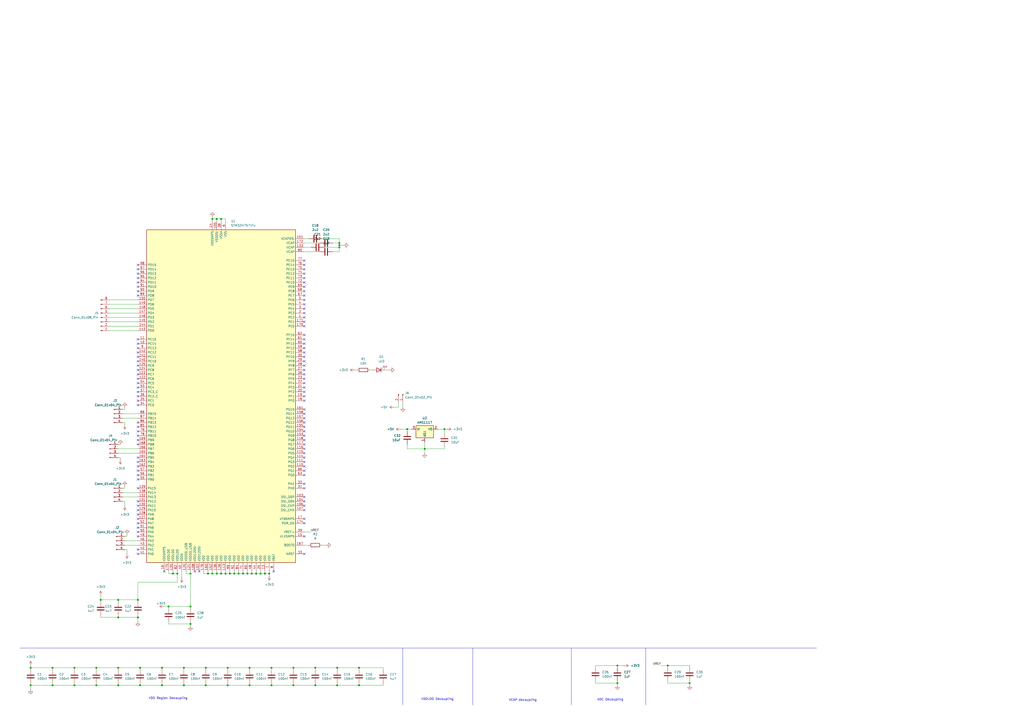
<source format=kicad_sch>
(kicad_sch (version 20250114) (generator "eeschema") (generator_version "9.0")
  (paper "A2")
  (text "VDDLDO Decoupling\n" (at 253.746 405.638 0) (effects (font (size 1.27 1.27))))
  (text "VDD Region Decoupling" (at 97.536 405.13 0) (effects (font (size 1.27 1.27))))
  (text "VCAP decoupling\n" (at 303.276 406.146 0) (effects (font (size 1.27 1.27))))
  (text "ADC Decoupling\n" (at 354.076 405.892 0) (effects (font (size 1.27 1.27))))
  (junction (at 140.97 332.74))
  (junction (at 157.48 387.35))
  (junction (at 81.28 397.51))
  (junction (at 138.43 332.74))
  (junction (at 196.85 140.97))
  (junction (at 119.38 387.35))
  (junction (at 358.14 396.24))
  (junction (at 182.88 387.35))
  (junction (at 93.98 387.35))
  (junction (at 43.18 397.51))
  (junction (at 123.19 332.74))
  (junction (at 236.22 248.92))
  (junction (at 80.01 347.98))
  (junction (at 68.58 387.35))
  (junction (at 157.48 397.51))
  (junction (at 30.48 397.51))
  (junction (at 128.27 332.74))
  (junction (at 182.88 397.51))
  (junction (at 110.49 361.95))
  (junction (at 17.78 397.51))
  (junction (at 102.87 332.74))
  (junction (at 68.58 358.14))
  (junction (at 17.78 387.35))
  (junction (at 125.73 127))
  (junction (at 68.58 347.98))
  (junction (at 43.18 387.35))
  (junction (at 133.35 332.74))
  (junction (at 196.85 142.24))
  (junction (at 146.05 332.74))
  (junction (at 358.14 386.08))
  (junction (at 58.42 347.98))
  (junction (at 93.98 397.51))
  (junction (at 196.85 143.51))
  (junction (at 257.81 248.92))
  (junction (at 106.68 387.35))
  (junction (at 400.05 396.24))
  (junction (at 195.58 387.35))
  (junction (at 128.27 127))
  (junction (at 130.81 332.74))
  (junction (at 68.58 397.51))
  (junction (at 97.79 351.79))
  (junction (at 170.18 397.51))
  (junction (at 30.48 387.35))
  (junction (at 170.18 387.35))
  (junction (at 106.68 397.51))
  (junction (at 143.51 332.74))
  (junction (at 135.89 332.74))
  (junction (at 153.67 332.74))
  (junction (at 132.08 387.35))
  (junction (at 55.88 397.51))
  (junction (at 144.78 397.51))
  (junction (at 123.19 127))
  (junction (at 119.38 397.51))
  (junction (at 125.73 332.74))
  (junction (at 110.49 351.79))
  (junction (at 387.35 386.08))
  (junction (at 81.28 387.35))
  (junction (at 156.21 332.74))
  (junction (at 246.38 260.35))
  (junction (at 144.78 387.35))
  (junction (at 151.13 332.74))
  (junction (at 55.88 387.35))
  (junction (at 100.33 332.74))
  (junction (at 148.59 332.74))
  (junction (at 208.28 397.51))
  (junction (at 120.65 332.74))
  (junction (at 195.58 397.51))
  (junction (at 208.28 387.35))
  (junction (at 80.01 358.14))
  (junction (at 110.49 332.74))
  (junction (at 132.08 397.51))
  (no_connect (at 176.53 179.07))
  (no_connect (at 80.01 166.37))
  (no_connect (at 80.01 255.27))
  (no_connect (at 176.53 214.63))
  (no_connect (at 176.53 196.85))
  (no_connect (at 80.01 300.99))
  (no_connect (at 176.53 217.17))
  (no_connect (at 176.53 227.33))
  (no_connect (at 80.01 224.79))
  (no_connect (at 176.53 257.81))
  (no_connect (at 176.53 212.09))
  (no_connect (at 80.01 250.19))
  (no_connect (at 176.53 201.93))
  (no_connect (at 176.53 186.69))
  (no_connect (at 176.53 153.67))
  (no_connect (at 176.53 194.31))
  (no_connect (at 80.01 199.39))
  (no_connect (at 95.25 331.47))
  (no_connect (at 176.53 252.73))
  (no_connect (at 80.01 201.93))
  (no_connect (at 176.53 224.79))
  (no_connect (at 113.03 331.47))
  (no_connect (at 176.53 237.49))
  (no_connect (at 176.53 151.13))
  (no_connect (at 80.01 209.55))
  (no_connect (at 176.53 166.37))
  (no_connect (at 80.01 318.77))
  (no_connect (at 176.53 311.15))
  (no_connect (at 80.01 158.75))
  (no_connect (at 176.53 290.83))
  (no_connect (at 80.01 311.15))
  (no_connect (at 80.01 303.53))
  (no_connect (at 80.01 217.17))
  (no_connect (at 80.01 306.07))
  (no_connect (at 115.57 331.47))
  (no_connect (at 176.53 300.99))
  (no_connect (at 176.53 209.55))
  (no_connect (at 176.53 262.89))
  (no_connect (at 80.01 234.95))
  (no_connect (at 80.01 212.09))
  (no_connect (at 176.53 288.29))
  (no_connect (at 80.01 283.21))
  (no_connect (at 176.53 181.61))
  (no_connect (at 176.53 275.59))
  (no_connect (at 80.01 229.87))
  (no_connect (at 176.53 204.47))
  (no_connect (at 80.01 196.85))
  (no_connect (at 176.53 295.91))
  (no_connect (at 80.01 257.81))
  (no_connect (at 80.01 163.83))
  (no_connect (at 176.53 283.21))
  (no_connect (at 80.01 227.33))
  (no_connect (at 176.53 156.21))
  (no_connect (at 80.01 153.67))
  (no_connect (at 176.53 265.43))
  (no_connect (at 80.01 321.31))
  (no_connect (at 80.01 168.91))
  (no_connect (at 176.53 242.57))
  (no_connect (at 176.53 303.53))
  (no_connect (at 176.53 270.51))
  (no_connect (at 176.53 207.01))
  (no_connect (at 80.01 161.29))
  (no_connect (at 80.01 156.21))
  (no_connect (at 176.53 321.31))
  (no_connect (at 176.53 293.37))
  (no_connect (at 80.01 278.13))
  (no_connect (at 176.53 173.99))
  (no_connect (at 176.53 232.41))
  (no_connect (at 80.01 308.61))
  (no_connect (at 176.53 184.15))
  (no_connect (at 176.53 260.35))
  (no_connect (at 80.01 267.97))
  (no_connect (at 80.01 295.91))
  (no_connect (at 176.53 168.91))
  (no_connect (at 176.53 163.83))
  (no_connect (at 80.01 222.25))
  (no_connect (at 158.75 331.47))
  (no_connect (at 80.01 275.59))
  (no_connect (at 176.53 267.97))
  (no_connect (at 176.53 240.03))
  (no_connect (at 80.01 219.71))
  (no_connect (at 80.01 298.45))
  (no_connect (at 176.53 229.87))
  (no_connect (at 176.53 250.19))
  (no_connect (at 176.53 247.65))
  (no_connect (at 80.01 293.37))
  (no_connect (at 80.01 171.45))
  (no_connect (at 176.53 222.25))
  (no_connect (at 176.53 280.67))
  (no_connect (at 176.53 189.23))
  (no_connect (at 80.01 245.11))
  (no_connect (at 80.01 270.51))
  (no_connect (at 80.01 252.73))
  (no_connect (at 176.53 219.71))
  (no_connect (at 176.53 273.05))
  (no_connect (at 176.53 245.11))
  (no_connect (at 176.53 255.27))
  (no_connect (at 176.53 161.29))
  (no_connect (at 80.01 204.47))
  (no_connect (at 176.53 199.39))
  (no_connect (at 176.53 176.53))
  (no_connect (at 80.01 273.05))
  (no_connect (at 176.53 158.75))
  (no_connect (at 176.53 171.45))
  (no_connect (at 80.01 214.63))
  (no_connect (at 80.01 207.01))
  (no_connect (at 80.01 247.65))
  (no_connect (at 80.01 290.83))
  (no_connect (at 80.01 265.43))
  (no_connect (at 80.01 232.41))
  (wire (pts (xy 68.58 397.51) (xy 55.88 397.51)))
  (wire (pts (xy 100.33 331.47) (xy 100.33 332.74)))
  (wire (pts (xy 30.48 387.35) (xy 30.48 388.62)))
  (wire (pts (xy 125.73 127) (xy 125.73 128.27)))
  (wire (pts (xy 208.28 387.35) (xy 195.58 387.35)))
  (wire (pts (xy 68.58 387.35) (xy 55.88 387.35)))
  (wire (pts (xy 236.22 257.81) (xy 236.22 260.35)))
  (wire (pts (xy 17.78 386.08) (xy 17.78 387.35)))
  (wire (pts (xy 214.63 214.63) (xy 215.9 214.63)))
  (wire (pts (xy 71.12 288.29) (xy 80.01 288.29)))
  (wire (pts (xy 97.79 351.79) (xy 110.49 351.79)))
  (wire (pts (xy 63.5 184.15) (xy 80.01 184.15)))
  (wire (pts (xy 68.58 347.98) (xy 58.42 347.98)))
  (wire (pts (xy 43.18 396.24) (xy 43.18 397.51)))
  (wire (pts (xy 110.49 332.74) (xy 110.49 351.79)))
  (wire (pts (xy 400.05 386.08) (xy 400.05 387.35)))
  (wire (pts (xy 148.59 332.74) (xy 151.13 332.74)))
  (wire (pts (xy 143.51 331.47) (xy 143.51 332.74)))
  (wire (pts (xy 151.13 331.47) (xy 151.13 332.74)))
  (wire (pts (xy 208.28 388.62) (xy 208.28 387.35)))
  (wire (pts (xy 102.87 332.74) (xy 102.87 337.82)))
  (wire (pts (xy 170.18 396.24) (xy 170.18 397.51)))
  (polyline (pts (xy 11.43 375.92) (xy 473.71 375.92)))
  (wire (pts (xy 106.68 396.24) (xy 106.68 397.51)))
  (wire (pts (xy 93.98 387.35) (xy 81.28 387.35)))
  (wire (pts (xy 157.48 387.35) (xy 144.78 387.35)))
  (wire (pts (xy 236.22 260.35) (xy 246.38 260.35)))
  (wire (pts (xy 119.38 387.35) (xy 106.68 387.35)))
  (wire (pts (xy 123.19 125.73) (xy 123.19 127)))
  (wire (pts (xy 246.38 256.54) (xy 246.38 260.35)))
  (wire (pts (xy 119.38 387.35) (xy 119.38 388.62)))
  (wire (pts (xy 128.27 331.47) (xy 128.27 332.74)))
  (wire (pts (xy 176.53 308.61) (xy 180.34 308.61)))
  (wire (pts (xy 153.67 332.74) (xy 156.21 332.74)))
  (wire (pts (xy 63.5 179.07) (xy 80.01 179.07)))
  (wire (pts (xy 182.88 397.51) (xy 170.18 397.51)))
  (wire (pts (xy 72.39 316.23) (xy 80.01 316.23)))
  (wire (pts (xy 358.14 396.24) (xy 358.14 397.51)))
  (wire (pts (xy 186.69 316.23) (xy 189.23 316.23)))
  (wire (pts (xy 233.68 233.68) (xy 233.68 236.22)))
  (wire (pts (xy 157.48 387.35) (xy 157.48 388.62)))
  (wire (pts (xy 361.95 386.08) (xy 358.14 386.08)))
  (polyline (pts (xy 233.68 375.92) (xy 233.68 408.94)))
  (wire (pts (xy 63.5 191.77) (xy 80.01 191.77)))
  (wire (pts (xy 196.85 142.24) (xy 199.39 142.24)))
  (wire (pts (xy 63.5 189.23) (xy 80.01 189.23)))
  (wire (pts (xy 345.44 386.08) (xy 358.14 386.08)))
  (wire (pts (xy 43.18 387.35) (xy 43.18 388.62)))
  (wire (pts (xy 133.35 332.74) (xy 135.89 332.74)))
  (wire (pts (xy 125.73 331.47) (xy 125.73 332.74)))
  (wire (pts (xy 110.49 351.79) (xy 110.49 353.06)))
  (wire (pts (xy 358.14 394.97) (xy 358.14 396.24)))
  (wire (pts (xy 182.88 387.35) (xy 182.88 388.62)))
  (wire (pts (xy 102.87 331.47) (xy 102.87 332.74)))
  (wire (pts (xy 130.81 331.47) (xy 130.81 332.74)))
  (wire (pts (xy 257.81 248.92) (xy 259.08 248.92)))
  (wire (pts (xy 58.42 356.87) (xy 58.42 358.14)))
  (wire (pts (xy 72.39 281.94) (xy 72.39 283.21)))
  (wire (pts (xy 236.22 248.92) (xy 238.76 248.92)))
  (wire (pts (xy 71.12 290.83) (xy 72.39 290.83)))
  (wire (pts (xy 176.53 140.97) (xy 185.42 140.97)))
  (wire (pts (xy 43.18 387.35) (xy 30.48 387.35)))
  (wire (pts (xy 119.38 397.51) (xy 106.68 397.51)))
  (wire (pts (xy 107.95 331.47) (xy 107.95 332.74)))
  (wire (pts (xy 80.01 347.98) (xy 68.58 347.98)))
  (wire (pts (xy 196.85 143.51) (xy 196.85 146.05)))
  (wire (pts (xy 195.58 387.35) (xy 182.88 387.35)))
  (wire (pts (xy 58.42 358.14) (xy 68.58 358.14)))
  (wire (pts (xy 30.48 397.51) (xy 17.78 397.51)))
  (wire (pts (xy 72.39 236.22) (xy 72.39 237.49)))
  (wire (pts (xy 132.08 387.35) (xy 132.08 388.62)))
  (wire (pts (xy 110.49 361.95) (xy 97.79 361.95)))
  (wire (pts (xy 130.81 127) (xy 130.81 128.27)))
  (wire (pts (xy 68.58 387.35) (xy 68.58 388.62)))
  (wire (pts (xy 196.85 140.97) (xy 196.85 142.24)))
  (wire (pts (xy 68.58 396.24) (xy 68.58 397.51)))
  (wire (pts (xy 228.6 236.22) (xy 231.14 236.22)))
  (wire (pts (xy 120.65 332.74) (xy 123.19 332.74)))
  (wire (pts (xy 125.73 127) (xy 128.27 127)))
  (wire (pts (xy 80.01 349.25) (xy 80.01 347.98)))
  (wire (pts (xy 80.01 337.82) (xy 80.01 347.98)))
  (wire (pts (xy 232.41 248.92) (xy 236.22 248.92)))
  (wire (pts (xy 196.85 138.43) (xy 196.85 140.97)))
  (wire (pts (xy 132.08 387.35) (xy 119.38 387.35)))
  (wire (pts (xy 132.08 396.24) (xy 132.08 397.51)))
  (wire (pts (xy 144.78 387.35) (xy 144.78 388.62)))
  (wire (pts (xy 63.5 186.69) (xy 80.01 186.69)))
  (wire (pts (xy 345.44 396.24) (xy 345.44 394.97)))
  (wire (pts (xy 73.66 318.77) (xy 73.66 321.31)))
  (wire (pts (xy 58.42 347.98) (xy 58.42 349.25)))
  (wire (pts (xy 63.5 181.61) (xy 80.01 181.61)))
  (wire (pts (xy 140.97 331.47) (xy 140.97 332.74)))
  (wire (pts (xy 30.48 387.35) (xy 17.78 387.35)))
  (wire (pts (xy 144.78 397.51) (xy 132.08 397.51)))
  (wire (pts (xy 222.25 396.24) (xy 222.25 397.51)))
  (wire (pts (xy 80.01 358.14) (xy 80.01 360.68)))
  (wire (pts (xy 170.18 397.51) (xy 157.48 397.51)))
  (wire (pts (xy 93.98 397.51) (xy 81.28 397.51)))
  (wire (pts (xy 128.27 332.74) (xy 130.81 332.74)))
  (wire (pts (xy 80.01 358.14) (xy 80.01 356.87)))
  (wire (pts (xy 68.58 262.89) (xy 80.01 262.89)))
  (wire (pts (xy 72.39 318.77) (xy 73.66 318.77)))
  (wire (pts (xy 106.68 397.51) (xy 93.98 397.51)))
  (wire (pts (xy 71.12 245.11) (xy 72.39 245.11)))
  (wire (pts (xy 400.05 396.24) (xy 387.35 396.24)))
  (wire (pts (xy 118.11 331.47) (xy 118.11 332.74)))
  (wire (pts (xy 72.39 283.21) (xy 71.12 283.21)))
  (wire (pts (xy 257.81 248.92) (xy 257.81 251.46)))
  (wire (pts (xy 257.81 260.35) (xy 257.81 259.08)))
  (wire (pts (xy 156.21 332.74) (xy 156.21 331.47)))
  (wire (pts (xy 30.48 396.24) (xy 30.48 397.51)))
  (wire (pts (xy 69.85 265.43) (xy 69.85 266.7)))
  (wire (pts (xy 205.74 214.63) (xy 207.01 214.63)))
  (wire (pts (xy 97.79 332.74) (xy 100.33 332.74)))
  (wire (pts (xy 123.19 332.74) (xy 125.73 332.74)))
  (wire (pts (xy 208.28 396.24) (xy 208.28 397.51)))
  (wire (pts (xy 95.25 351.79) (xy 97.79 351.79)))
  (wire (pts (xy 105.41 331.47) (xy 105.41 335.28)))
  (wire (pts (xy 193.04 140.97) (xy 196.85 140.97)))
  (wire (pts (xy 195.58 397.51) (xy 182.88 397.51)))
  (polyline (pts (xy 274.32 375.92) (xy 274.32 408.94)))
  (wire (pts (xy 68.58 358.14) (xy 80.01 358.14)))
  (wire (pts (xy 223.52 214.63) (xy 226.06 214.63)))
  (wire (pts (xy 176.53 143.51) (xy 180.34 143.51)))
  (wire (pts (xy 43.18 397.51) (xy 30.48 397.51)))
  (wire (pts (xy 195.58 396.24) (xy 195.58 397.51)))
  (wire (pts (xy 186.69 138.43) (xy 196.85 138.43)))
  (wire (pts (xy 97.79 351.79) (xy 97.79 353.06)))
  (wire (pts (xy 387.35 386.08) (xy 400.05 386.08)))
  (wire (pts (xy 387.35 387.35) (xy 387.35 386.08)))
  (wire (pts (xy 143.51 332.74) (xy 146.05 332.74)))
  (wire (pts (xy 187.96 143.51) (xy 196.85 143.51)))
  (wire (pts (xy 358.14 396.24) (xy 345.44 396.24)))
  (polyline (pts (xy 331.47 375.92) (xy 331.47 408.94)))
  (wire (pts (xy 196.85 142.24) (xy 196.85 143.51)))
  (wire (pts (xy 222.25 388.62) (xy 222.25 387.35)))
  (wire (pts (xy 71.12 285.75) (xy 80.01 285.75)))
  (wire (pts (xy 110.49 360.68) (xy 110.49 361.95)))
  (wire (pts (xy 17.78 387.35) (xy 17.78 388.62)))
  (wire (pts (xy 97.79 331.47) (xy 97.79 332.74)))
  (wire (pts (xy 222.25 397.51) (xy 208.28 397.51)))
  (wire (pts (xy 400.05 396.24) (xy 400.05 397.51)))
  (wire (pts (xy 400.05 394.97) (xy 400.05 396.24)))
  (wire (pts (xy 144.78 387.35) (xy 132.08 387.35)))
  (wire (pts (xy 156.21 332.74) (xy 156.21 334.01)))
  (wire (pts (xy 72.39 290.83) (xy 72.39 293.37)))
  (wire (pts (xy 107.95 332.74) (xy 110.49 332.74)))
  (wire (pts (xy 97.79 361.95) (xy 97.79 360.68)))
  (wire (pts (xy 138.43 332.74) (xy 140.97 332.74)))
  (wire (pts (xy 128.27 127) (xy 128.27 128.27)))
  (wire (pts (xy 72.39 245.11) (xy 72.39 246.38)))
  (wire (pts (xy 68.58 265.43) (xy 69.85 265.43)))
  (wire (pts (xy 135.89 332.74) (xy 138.43 332.74)))
  (wire (pts (xy 73.66 311.15) (xy 72.39 311.15)))
  (wire (pts (xy 182.88 396.24) (xy 182.88 397.51)))
  (wire (pts (xy 63.5 173.99) (xy 80.01 173.99)))
  (wire (pts (xy 132.08 397.51) (xy 119.38 397.51)))
  (wire (pts (xy 236.22 250.19) (xy 236.22 248.92)))
  (wire (pts (xy 153.67 331.47) (xy 153.67 332.74)))
  (wire (pts (xy 110.49 331.47) (xy 110.49 332.74)))
  (wire (pts (xy 157.48 397.51) (xy 144.78 397.51)))
  (wire (pts (xy 72.39 313.69) (xy 80.01 313.69)))
  (wire (pts (xy 196.85 146.05) (xy 193.04 146.05)))
  (wire (pts (xy 231.14 233.68) (xy 231.14 236.22)))
  (wire (pts (xy 68.58 347.98) (xy 68.58 349.25)))
  (wire (pts (xy 157.48 396.24) (xy 157.48 397.51)))
  (wire (pts (xy 246.38 260.35) (xy 246.38 262.89)))
  (wire (pts (xy 138.43 331.47) (xy 138.43 332.74)))
  (wire (pts (xy 170.18 387.35) (xy 157.48 387.35)))
  (wire (pts (xy 120.65 331.47) (xy 120.65 332.74)))
  (wire (pts (xy 68.58 356.87) (xy 68.58 358.14)))
  (wire (pts (xy 58.42 345.44) (xy 58.42 347.98)))
  (wire (pts (xy 55.88 396.24) (xy 55.88 397.51)))
  (wire (pts (xy 144.78 396.24) (xy 144.78 397.51)))
  (wire (pts (xy 133.35 331.47) (xy 133.35 332.74)))
  (wire (pts (xy 170.18 387.35) (xy 170.18 388.62)))
  (polyline (pts (xy 374.65 375.92) (xy 374.65 408.94)))
  (wire (pts (xy 81.28 387.35) (xy 81.28 388.62)))
  (wire (pts (xy 63.5 176.53) (xy 80.01 176.53)))
  (wire (pts (xy 71.12 240.03) (xy 80.01 240.03)))
  (wire (pts (xy 383.54 386.08) (xy 387.35 386.08)))
  (wire (pts (xy 387.35 396.24) (xy 387.35 394.97)))
  (wire (pts (xy 106.68 387.35) (xy 93.98 387.35)))
  (wire (pts (xy 125.73 332.74) (xy 128.27 332.74)))
  (wire (pts (xy 119.38 396.24) (xy 119.38 397.51)))
  (wire (pts (xy 69.85 257.81) (xy 68.58 257.81)))
  (wire (pts (xy 17.78 397.51) (xy 17.78 396.24)))
  (wire (pts (xy 93.98 387.35) (xy 93.98 388.62)))
  (wire (pts (xy 148.59 331.47) (xy 148.59 332.74)))
  (wire (pts (xy 195.58 387.35) (xy 195.58 388.62)))
  (wire (pts (xy 73.66 309.88) (xy 73.66 311.15)))
  (wire (pts (xy 106.68 387.35) (xy 106.68 388.62)))
  (wire (pts (xy 81.28 387.35) (xy 68.58 387.35)))
  (wire (pts (xy 110.49 361.95) (xy 110.49 363.22)))
  (wire (pts (xy 130.81 332.74) (xy 133.35 332.74)))
  (wire (pts (xy 55.88 397.51) (xy 43.18 397.51)))
  (wire (pts (xy 100.33 332.74) (xy 102.87 332.74)))
  (wire (pts (xy 140.97 332.74) (xy 143.51 332.74)))
  (wire (pts (xy 135.89 331.47) (xy 135.89 332.74)))
  (wire (pts (xy 345.44 387.35) (xy 345.44 386.08)))
  (wire (pts (xy 72.39 237.49) (xy 71.12 237.49)))
  (wire (pts (xy 81.28 396.24) (xy 81.28 397.51)))
  (wire (pts (xy 222.25 387.35) (xy 208.28 387.35)))
  (wire (pts (xy 146.05 331.47) (xy 146.05 332.74)))
  (wire (pts (xy 17.78 397.51) (xy 17.78 400.05)))
  (wire (pts (xy 71.12 242.57) (xy 80.01 242.57)))
  (wire (pts (xy 146.05 332.74) (xy 148.59 332.74)))
  (wire (pts (xy 182.88 387.35) (xy 170.18 387.35)))
  (wire (pts (xy 151.13 332.74) (xy 153.67 332.74)))
  (wire (pts (xy 55.88 387.35) (xy 43.18 387.35)))
  (wire (pts (xy 246.38 260.35) (xy 257.81 260.35)))
  (wire (pts (xy 123.19 127) (xy 125.73 127)))
  (wire (pts (xy 358.14 386.08) (xy 358.14 387.35)))
  (wire (pts (xy 254 248.92) (xy 257.81 248.92)))
  (wire (pts (xy 176.53 146.05) (xy 185.42 146.05)))
  (wire (pts (xy 123.19 331.47) (xy 123.19 332.74)))
  (wire (pts (xy 118.11 332.74) (xy 120.65 332.74)))
  (wire (pts (xy 128.27 127) (xy 130.81 127)))
  (wire (pts (xy 176.53 138.43) (xy 179.07 138.43)))
  (wire (pts (xy 176.53 316.23) (xy 179.07 316.23)))
  (wire (pts (xy 55.88 387.35) (xy 55.88 388.62)))
  (wire (pts (xy 80.01 337.82) (xy 102.87 337.82)))
  (wire (pts (xy 123.19 127) (xy 123.19 128.27)))
  (wire (pts (xy 81.28 397.51) (xy 68.58 397.51)))
  (wire (pts (xy 208.28 397.51) (xy 195.58 397.51)))
  (wire (pts (xy 80.01 260.35) (xy 68.58 260.35)))
  (wire (pts (xy 93.98 396.24) (xy 93.98 397.51)))
  (label "VREF" (at 383.54 386.08 180))
  (label "VREF" (at 180.34 308.61 0))
  (symbol (lib_id "power:+3V3") (at 205.74 214.63 90) (unit 1)
    (property "Reference" "#PWR026" (effects (hide yes)))
    (property "Value" "+3V3" (at 201.93 214.6299 90) (effects (justify left)))
    (property "Description" "Power symbol creates a global label with name \"+3V3\"" (effects (hide yes)))
  )
  (symbol (lib_id "Device:C") (at 222.25 392.43 0) (unit 1)
    (property "Reference" "C17" (at 226.06 391.1599 0) (effects (justify left)))
    (property "Value" "4u7" (at 226.06 393.6999 0) (effects (justify left)))
    (property "Footprint" "Capacitor_SMD:C_0201_0603Metric" (effects (hide yes)))
    (property "Description" "Unpolarized capacitor" (effects (hide yes)))
  )
  (symbol (lib_id "power:GND") (at 72.39 281.94 180) (unit 1)
    (property "Reference" "#PWR09" (effects (hide yes)))
    (property "Value" "GND" (effects (hide yes)))
    (property "Description" "Power symbol creates a global label with name \"GND\" , ground" (effects (hide yes)))
  )
  (symbol (lib_id "Device:C") (at 132.08 392.43 0) (unit 1)
    (property "Reference" "C10" (at 135.89 391.1599 0) (effects (justify left)))
    (property "Value" "100nF" (at 135.89 393.6999 0) (effects (justify left)))
    (property "Footprint" "Capacitor_SMD:C_01005_0402Metric" (effects (hide yes)))
    (property "Description" "Unpolarized capacitor" (effects (hide yes)))
  )
  (symbol (lib_id "power:+3V3") (at 105.41 335.28 180) (unit 1)
    (property "Reference" "#PWR018" (effects (hide yes)))
    (property "Value" "+3V3" (at 105.41 340.36 0))
    (property "Description" "Power symbol creates a global label with name \"+3V3\"" (effects (hide yes)))
  )
  (symbol (lib_id "Device:C") (at 17.78 392.43 0) (unit 1)
    (property "Reference" "C1" (at 21.59 391.1599 0) (effects (justify left)))
    (property "Value" "100nF" (at 21.59 393.6999 0) (effects (justify left)))
    (property "Footprint" "Capacitor_SMD:C_01005_0402Metric" (effects (hide yes)))
    (property "Description" "Unpolarized capacitor" (effects (hide yes)))
  )
  (symbol (lib_id "Device:C") (at 106.68 392.43 0) (unit 1)
    (property "Reference" "C8" (at 110.49 391.1599 0) (effects (justify left)))
    (property "Value" "100nF" (at 110.49 393.6999 0) (effects (justify left)))
    (property "Footprint" "Capacitor_SMD:C_01005_0402Metric" (effects (hide yes)))
    (property "Description" "Unpolarized capacitor" (effects (hide yes)))
  )
  (symbol (lib_id "Device:C") (at 43.18 392.43 0) (unit 1)
    (property "Reference" "C3" (at 46.99 391.1599 0) (effects (justify left)))
    (property "Value" "100nF" (at 46.99 393.6999 0) (effects (justify left)))
    (property "Footprint" "Capacitor_SMD:C_01005_0402Metric" (effects (hide yes)))
    (property "Description" "Unpolarized capacitor" (effects (hide yes)))
  )
  (symbol (lib_id "Connector:Conn_01x04_Pin") (at 67.31 313.69 0) (unit 1)
    (property "Reference" "J2" (at 67.945 306.07 0))
    (property "Value" "Conn_01x04_Pin" (at 64.008 308.61 0))
    (property "Footprint" "Connector_PinHeader_2.54mm:PinHeader_1x04_P2.54mm_Horizontal" (effects (hide yes)))
    (property "Description" "Generic connector, single row, 01x04, script generated" (effects (hide yes)))
  )
  (symbol (lib_id "power:+3V3") (at 361.95 386.08 270) (unit 1)
    (property "Reference" "#PWR016" (effects (hide yes)))
    (property "Value" "+3V3" (at 365.76 386.0799 90) (effects (justify left)))
    (property "Description" "Power symbol creates a global label with name \"+3V3\"" (effects (hide yes)))
  )
  (symbol (lib_id "power:+3V3") (at 259.08 248.92 270) (unit 1)
    (property "Reference" "#PWR015" (effects (hide yes)))
    (property "Value" "+3V3" (at 262.89 248.9199 90) (effects (justify left)))
    (property "Description" "Power symbol creates a global label with name \"+3V3\"" (effects (hide yes)))
  )
  (symbol (lib_id "Device:C") (at 387.35 391.16 0) (unit 1)
    (property "Reference" "C29" (at 391.16 389.8899 0) (effects (justify left)))
    (property "Value" "100nF" (at 391.16 392.4299 0) (effects (justify left)))
    (property "Footprint" "Capacitor_SMD:C_01005_0402Metric" (effects (hide yes)))
    (property "Description" "Unpolarized capacitor" (effects (hide yes)))
  )
  (symbol (lib_id "power:GND") (at 358.14 397.51 0) (unit 1)
    (property "Reference" "#PWR010" (effects (hide yes)))
    (property "Value" "GND" (effects (hide yes)))
    (property "Description" "Power symbol creates a global label with name \"GND\" , ground" (effects (hide yes)))
  )
  (symbol (lib_id "Device:C") (at 80.01 353.06 0) (mirror y) (unit 1)
    (property "Reference" "C22" (at 76.2 351.7899 0) (effects (justify left)))
    (property "Value" "4u7" (at 76.2 354.3299 0) (effects (justify left)))
    (property "Footprint" "Capacitor_SMD:C_0201_0603Metric" (effects (hide yes)))
    (property "Description" "Unpolarized capacitor" (effects (hide yes)))
  )
  (symbol (lib_id "power:GND") (at 72.39 236.22 180) (unit 1)
    (property "Reference" "#PWR021" (effects (hide yes)))
    (property "Value" "GND" (effects (hide yes)))
    (property "Description" "Power symbol creates a global label with name \"GND\" , ground" (effects (hide yes)))
  )
  (symbol (lib_id "Device:C") (at 182.88 392.43 0) (unit 1)
    (property "Reference" "C14" (at 186.69 391.1599 0) (effects (justify left)))
    (property "Value" "100nF" (at 186.69 393.6999 0) (effects (justify left)))
    (property "Footprint" "Capacitor_SMD:C_01005_0402Metric" (effects (hide yes)))
    (property "Description" "Unpolarized capacitor" (effects (hide yes)))
  )
  (symbol (lib_id "MCU_ST_STM32H7:STM32H757IITx") (at 128.27 229.87 180) (unit 1)
    (property "Reference" "U1" (at 133.9281 128.27 0) (effects (justify right)))
    (property "Value" "STM32H757IITx" (at 133.9281 130.81 0) (effects (justify right)))
    (property "Footprint" "Package_QFP:LQFP-176_24x24mm_P0.5mm" (effects (hide yes)))
    (property "Datasheet" "https://www.st.com/resource/en/datasheet/stm32h757ii.pdf" (effects (hide yes)))
    (property "Description" "STMicroelectronics Arm Cortex-M7 MCU, 2048KB flash, 1024KB RAM, 480 MHz, 1.62-3.6V, 114 GPIO, LQFP176" (effects (hide yes)))
  )
  (symbol (lib_id "Regulator_Linear:AMS1117") (at 246.38 248.92 0) (unit 1)
    (property "Reference" "U2" (at 246.38 242.57 0))
    (property "Value" "AMS1117" (at 246.38 245.11 0))
    (property "Footprint" "Package_TO_SOT_SMD:SOT-223-3_TabPin2" (effects (hide yes)))
    (property "Datasheet" "http://www.advanced-monolithic.com/pdf/ds1117.pdf" (effects (hide yes)))
    (property "Description" "1A Low Dropout regulator, positive, adjustable output, SOT-223" (effects (hide yes)))
  )
  (symbol (lib_id "Connector:Conn_01x04_Pin") (at 66.04 240.03 0) (unit 1)
    (property "Reference" "J3" (at 66.675 232.41 0))
    (property "Value" "Conn_01x04_Pin" (at 62.738 234.95 0))
    (property "Footprint" "Connector_PinHeader_2.54mm:PinHeader_1x04_P2.54mm_Horizontal" (effects (hide yes)))
    (property "Description" "Generic connector, single row, 01x04, script generated" (effects (hide yes)))
  )
  (symbol (lib_id "Device:C") (at 110.49 356.87 0) (unit 1)
    (property "Reference" "C28" (at 114.3 355.5999 0) (effects (justify left)))
    (property "Value" "1uF" (at 114.3 358.1399 0) (effects (justify left)))
    (property "Footprint" "Capacitor_SMD:C_0201_0603Metric" (effects (hide yes)))
    (property "Description" "Unpolarized capacitor" (effects (hide yes)))
  )
  (symbol (lib_id "power:+3V3") (at 17.78 386.08 0) (unit 1)
    (property "Reference" "#PWR02" (effects (hide yes)))
    (property "Value" "+3V3" (at 17.78 381 0))
    (property "Description" "Power symbol creates a global label with name \"+3V3\"" (effects (hide yes)))
  )
  (symbol (lib_id "Device:R") (at 182.88 316.23 90) (unit 1)
    (property "Reference" "R2" (at 182.88 309.88 90))
    (property "Value" "R" (at 182.88 312.42 90))
    (property "Footprint" "Resistor_SMD:R_0201_0603Metric" (effects (hide yes)))
    (property "Description" "Resistor" (effects (hide yes)))
  )
  (symbol (lib_id "Device:C") (at 195.58 392.43 0) (unit 1)
    (property "Reference" "C15" (at 199.39 391.1599 0) (effects (justify left)))
    (property "Value" "100nF" (at 199.39 393.6999 0) (effects (justify left)))
    (property "Footprint" "Capacitor_SMD:C_01005_0402Metric" (effects (hide yes)))
    (property "Description" "Unpolarized capacitor" (effects (hide yes)))
  )
  (symbol (lib_id "power:+3V3") (at 95.25 351.79 90) (unit 1)
    (property "Reference" "#PWR06" (effects (hide yes)))
    (property "Value" "+3V3" (at 96.012 350.012 90) (effects (justify left)))
    (property "Description" "Power symbol creates a global label with name \"+3V3\"" (effects (hide yes)))
  )
  (symbol (lib_id "Device:C") (at 157.48 392.43 0) (unit 1)
    (property "Reference" "C12" (at 161.29 391.1599 0) (effects (justify left)))
    (property "Value" "100nF" (at 161.29 393.6999 0) (effects (justify left)))
    (property "Footprint" "Capacitor_SMD:C_01005_0402Metric" (effects (hide yes)))
    (property "Description" "Unpolarized capacitor" (effects (hide yes)))
  )
  (symbol (lib_id "power:+3V3") (at 73.66 321.31 180) (unit 1)
    (property "Reference" "#PWR020" (effects (hide yes)))
    (property "Value" "+3V3" (at 73.66 326.39 0))
    (property "Description" "Power symbol creates a global label with name \"+3V3\"" (effects (hide yes)))
  )
  (symbol (lib_id "power:+3V3") (at 69.85 266.7 180) (unit 1)
    (property "Reference" "#PWR024" (effects (hide yes)))
    (property "Value" "+3V3" (at 69.85 271.78 0))
    (property "Description" "Power symbol creates a global label with name \"+3V3\"" (effects (hide yes)))
  )
  (symbol (lib_id "Connector:Conn_01x08_Pin") (at 58.42 184.15 0) (mirror x) (unit 1)
    (property "Reference" "J5" (at 57.15 181.6099 0) (effects (justify right)))
    (property "Value" "Conn_01x08_Pin" (at 57.15 184.1499 0) (effects (justify right)))
    (property "Footprint" "Connector_PinHeader_2.54mm:PinHeader_1x08_P2.54mm_Vertical" (effects (hide yes)))
    (property "Description" "Generic connector, single row, 01x08, script generated" (effects (hide yes)))
  )
  (symbol (lib_id "power:GND") (at 69.85 257.81 180) (unit 1)
    (property "Reference" "#PWR023" (effects (hide yes)))
    (property "Value" "GND" (effects (hide yes)))
    (property "Description" "Power symbol creates a global label with name \"GND\" , ground" (effects (hide yes)))
  )
  (symbol (lib_id "Connector:Conn_01x04_Pin") (at 63.5 260.35 0) (unit 1)
    (property "Reference" "J4" (at 64.135 252.73 0))
    (property "Value" "Conn_01x04_Pin" (at 60.198 255.27 0))
    (property "Footprint" "Connector_PinHeader_2.54mm:PinHeader_1x04_P2.54mm_Horizontal" (effects (hide yes)))
    (property "Description" "Generic connector, single row, 01x04, script generated" (effects (hide yes)))
  )
  (symbol (lib_id "Device:C") (at 345.44 391.16 0) (unit 1)
    (property "Reference" "C26" (at 349.25 389.8899 0) (effects (justify left)))
    (property "Value" "100nF" (at 349.25 392.4299 0) (effects (justify left)))
    (property "Footprint" "Capacitor_SMD:C_01005_0402Metric" (effects (hide yes)))
    (property "Description" "Unpolarized capacitor" (effects (hide yes)))
  )
  (symbol (lib_id "power:GND") (at 226.06 214.63 90) (unit 1)
    (property "Reference" "#PWR027" (effects (hide yes)))
    (property "Value" "GND" (effects (hide yes)))
    (property "Description" "Power symbol creates a global label with name \"GND\" , ground" (effects (hide yes)))
  )
  (symbol (lib_id "Device:C") (at 55.88 392.43 0) (unit 1)
    (property "Reference" "C4" (at 59.69 391.1599 0) (effects (justify left)))
    (property "Value" "100nF" (at 59.69 393.6999 0) (effects (justify left)))
    (property "Footprint" "Capacitor_SMD:C_01005_0402Metric" (effects (hide yes)))
    (property "Description" "Unpolarized capacitor" (effects (hide yes)))
  )
  (symbol (lib_id "Device:C") (at 30.48 392.43 0) (unit 1)
    (property "Reference" "C2" (at 34.29 391.1599 0) (effects (justify left)))
    (property "Value" "100nF" (at 34.29 393.6999 0) (effects (justify left)))
    (property "Footprint" "Capacitor_SMD:C_01005_0402Metric" (effects (hide yes)))
    (property "Description" "Unpolarized capacitor" (effects (hide yes)))
  )
  (symbol (lib_id "Device:C") (at 184.15 143.51 90) (unit 1)
    (property "Reference" "C21" (at 184.15 135.89 90))
    (property "Value" "2u2" (at 184.15 138.43 90))
    (property "Footprint" "Capacitor_SMD:C_0201_0603Metric" (effects (hide yes)))
    (property "Description" "Unpolarized capacitor" (effects (hide yes)))
  )
  (symbol (lib_id "Connector:Conn_01x04_Pin") (at 66.04 285.75 0) (unit 1)
    (property "Reference" "J1" (at 66.675 278.13 0))
    (property "Value" "Conn_01x04_Pin" (at 62.738 280.67 0))
    (property "Footprint" "Connector_PinHeader_2.54mm:PinHeader_1x04_P2.54mm_Horizontal" (effects (hide yes)))
    (property "Description" "Generic connector, single row, 01x04, script generated" (effects (hide yes)))
  )
  (symbol (lib_id "power:+5V") (at 232.41 248.92 90) (unit 1)
    (property "Reference" "#PWR017" (effects (hide yes)))
    (property "Value" "+5V" (at 228.6 248.9199 90) (effects (justify left)))
    (property "Description" "Power symbol creates a global label with name \"+5V\"" (effects (hide yes)))
  )
  (symbol (lib_id "Device:C") (at 358.14 391.16 0) (unit 1)
    (property "Reference" "C27" (at 361.95 389.8899 0) (effects (justify left)))
    (property "Value" "1uF" (at 361.95 392.4299 0) (effects (justify left)))
    (property "Footprint" "Capacitor_SMD:C_0201_0603Metric" (effects (hide yes)))
    (property "Description" "Unpolarized capacitor" (effects (hide yes)))
  )
  (symbol (lib_id "power:GND") (at 189.23 316.23 90) (unit 1)
    (property "Reference" "#PWR028" (effects (hide yes)))
    (property "Value" "GND" (effects (hide yes)))
    (property "Description" "Power symbol creates a global label with name \"GND\" , ground" (effects (hide yes)))
  )
  (symbol (lib_id "Device:C") (at 236.22 254 0) (mirror y) (unit 1)
    (property "Reference" "C32" (at 232.41 252.7299 0) (effects (justify left)))
    (property "Value" "10uF" (at 232.41 255.2699 0) (effects (justify left)))
    (property "Footprint" "Capacitor_SMD:C_0603_1608Metric" (effects (hide yes)))
    (property "Description" "Unpolarized capacitor" (effects (hide yes)))
  )
  (symbol (lib_id "Device:C") (at 170.18 392.43 0) (unit 1)
    (property "Reference" "C13" (at 173.99 391.1599 0) (effects (justify left)))
    (property "Value" "100nF" (at 173.99 393.6999 0) (effects (justify left)))
    (property "Footprint" "Capacitor_SMD:C_01005_0402Metric" (effects (hide yes)))
    (property "Description" "Unpolarized capacitor" (effects (hide yes)))
  )
  (symbol (lib_id "Device:C") (at 81.28 392.43 0) (unit 1)
    (property "Reference" "C6" (at 85.09 391.1599 0) (effects (justify left)))
    (property "Value" "100nF" (at 85.09 393.6999 0) (effects (justify left)))
    (property "Footprint" "Capacitor_SMD:C_01005_0402Metric" (effects (hide yes)))
    (property "Description" "Unpolarized capacitor" (effects (hide yes)))
  )
  (symbol (lib_id "power:+3V3") (at 72.39 293.37 180) (unit 1)
    (property "Reference" "#PWR019" (effects (hide yes)))
    (property "Value" "+3V3" (at 72.39 298.45 0))
    (property "Description" "Power symbol creates a global label with name \"+3V3\"" (effects (hide yes)))
  )
  (symbol (lib_id "Device:C") (at 189.23 146.05 90) (unit 1)
    (property "Reference" "C19" (at 189.23 138.43 90))
    (property "Value" "2u2" (at 189.23 140.97 90))
    (property "Footprint" "Capacitor_SMD:C_0201_0603Metric" (effects (hide yes)))
    (property "Description" "Unpolarized capacitor" (effects (hide yes)))
  )
  (symbol (lib_id "Device:C") (at 119.38 392.43 0) (unit 1)
    (property "Reference" "C9" (at 123.19 391.1599 0) (effects (justify left)))
    (property "Value" "100nF" (at 123.19 393.6999 0) (effects (justify left)))
    (property "Footprint" "Capacitor_SMD:C_01005_0402Metric" (effects (hide yes)))
    (property "Description" "Unpolarized capacitor" (effects (hide yes)))
  )
  (symbol (lib_id "Device:C") (at 400.05 391.16 0) (unit 1)
    (property "Reference" "C30" (at 403.86 389.8899 0) (effects (justify left)))
    (property "Value" "1uF" (at 403.86 392.4299 0) (effects (justify left)))
    (property "Footprint" "Capacitor_SMD:C_0201_0603Metric" (effects (hide yes)))
    (property "Description" "Unpolarized capacitor" (effects (hide yes)))
  )
  (symbol (lib_id "Device:C") (at 182.88 138.43 90) (unit 1)
    (property "Reference" "C18" (at 182.88 130.81 90))
    (property "Value" "2u2" (at 182.88 133.35 90))
    (property "Footprint" "Capacitor_SMD:C_01005_0402Metric" (effects (hide yes)))
    (property "Description" "Unpolarized capacitor" (effects (hide yes)))
  )
  (symbol (lib_id "power:GND") (at 123.19 125.73 180) (unit 1)
    (property "Reference" "#PWR01" (effects (hide yes)))
    (property "Value" "GND" (effects (hide yes)))
    (property "Description" "Power symbol creates a global label with name \"GND\" , ground" (effects (hide yes)))
  )
  (symbol (lib_id "Connector:Conn_01x02_Pin") (at 233.68 228.6 270) (unit 1)
    (property "Reference" "J6" (at 234.95 227.9649 90) (effects (justify left)))
    (property "Value" "Conn_01x02_Pin" (at 234.95 230.5049 90) (effects (justify left)))
    (property "Footprint" "Connector_PinHeader_2.54mm:PinHeader_1x02_P2.54mm_Vertical" (effects (hide yes)))
    (property "Description" "Generic connector, single row, 01x02, script generated" (effects (hide yes)))
  )
  (symbol (lib_id "power:GND") (at 400.05 397.51 0) (unit 1)
    (property "Reference" "#PWR013" (effects (hide yes)))
    (property "Value" "GND" (effects (hide yes)))
    (property "Description" "Power symbol creates a global label with name \"GND\" , ground" (effects (hide yes)))
  )
  (symbol (lib_id "Device:C") (at 257.81 255.27 0) (unit 1)
    (property "Reference" "C31" (at 261.62 253.9999 0) (effects (justify left)))
    (property "Value" "10uF" (at 261.62 256.5399 0) (effects (justify left)))
    (property "Footprint" "Capacitor_SMD:C_0603_1608Metric" (effects (hide yes)))
    (property "Description" "Unpolarized capacitor" (effects (hide yes)))
  )
  (symbol (lib_id "Device:C") (at 68.58 392.43 0) (unit 1)
    (property "Reference" "C5" (at 72.39 391.1599 0) (effects (justify left)))
    (property "Value" "100nF" (at 72.39 393.6999 0) (effects (justify left)))
    (property "Footprint" "Capacitor_SMD:C_01005_0402Metric" (effects (hide yes)))
    (property "Description" "Unpolarized capacitor" (effects (hide yes)))
  )
  (symbol (lib_id "power:+3V3") (at 72.39 246.38 180) (unit 1)
    (property "Reference" "#PWR022" (effects (hide yes)))
    (property "Value" "+3V3" (at 72.39 251.46 0))
    (property "Description" "Power symbol creates a global label with name \"+3V3\"" (effects (hide yes)))
  )
  (symbol (lib_id "power:GND") (at 17.78 400.05 0) (unit 1)
    (property "Reference" "#PWR03" (effects (hide yes)))
    (property "Value" "GND" (effects (hide yes)))
    (property "Description" "Power symbol creates a global label with name \"GND\" , ground" (effects (hide yes)))
  )
  (symbol (lib_id "Device:C") (at 144.78 392.43 0) (unit 1)
    (property "Reference" "C11" (at 148.59 391.1599 0) (effects (justify left)))
    (property "Value" "100nF" (at 148.59 393.6999 0) (effects (justify left)))
    (property "Footprint" "Capacitor_SMD:C_01005_0402Metric" (effects (hide yes)))
    (property "Description" "Unpolarized capacitor" (effects (hide yes)))
  )
  (symbol (lib_id "power:GND") (at 110.49 363.22 0) (unit 1)
    (property "Reference" "#PWR08" (effects (hide yes)))
    (property "Value" "GND" (effects (hide yes)))
    (property "Description" "Power symbol creates a global label with name \"GND\" , ground" (effects (hide yes)))
  )
  (symbol (lib_id "Device:C") (at 189.23 140.97 90) (unit 1)
    (property "Reference" "C20" (at 189.23 133.35 90))
    (property "Value" "2u2" (at 189.23 135.89 90))
    (property "Footprint" "Capacitor_SMD:C_0201_0603Metric" (effects (hide yes)))
    (property "Description" "Unpolarized capacitor" (effects (hide yes)))
  )
  (symbol (lib_id "power:GND") (at 80.01 360.68 0) (mirror y) (unit 1)
    (property "Reference" "#PWR05" (effects (hide yes)))
    (property "Value" "GND" (effects (hide yes)))
    (property "Description" "Power symbol creates a global label with name \"GND\" , ground" (effects (hide yes)))
  )
  (symbol (lib_id "Device:LED") (at 219.71 214.63 180) (unit 1)
    (property "Reference" "D1" (at 221.2975 207.01 0))
    (property "Value" "LED" (at 221.2975 209.55 0))
    (property "Footprint" "LED_SMD:LED_0201_0603Metric" (effects (hide yes)))
    (property "Description" "Light emitting diode" (effects (hide yes)))
    (property "Sim.Pins" "1=K 2=A" (effects (hide yes)))
  )
  (symbol (lib_id "Device:C") (at 68.58 353.06 0) (mirror y) (unit 1)
    (property "Reference" "C23" (at 64.77 351.7899 0) (effects (justify left)))
    (property "Value" "4u7" (at 64.77 354.3299 0) (effects (justify left)))
    (property "Footprint" "Capacitor_SMD:C_0201_0603Metric" (effects (hide yes)))
    (property "Description" "Unpolarized capacitor" (effects (hide yes)))
  )
  (symbol (lib_id "Device:R") (at 210.82 214.63 270) (unit 1)
    (property "Reference" "R1" (at 210.82 208.28 90))
    (property "Value" "10K" (at 210.82 210.82 90))
    (property "Footprint" "Resistor_SMD:R_0201_0603Metric" (effects (hide yes)))
    (property "Description" "Resistor" (effects (hide yes)))
  )
  (symbol (lib_id "power:+5V") (at 228.6 236.22 90) (unit 1)
    (property "Reference" "#PWR029" (effects (hide yes)))
    (property "Value" "+5V" (at 224.79 236.2199 90) (effects (justify left)))
    (property "Description" "Power symbol creates a global label with name \"+5V\"" (effects (hide yes)))
  )
  (symbol (lib_id "Device:C") (at 208.28 392.43 0) (unit 1)
    (property "Reference" "C16" (at 212.09 391.1599 0) (effects (justify left)))
    (property "Value" "100nF" (at 212.09 393.6999 0) (effects (justify left)))
    (property "Footprint" "Capacitor_SMD:C_01005_0402Metric" (effects (hide yes)))
    (property "Description" "Unpolarized capacitor" (effects (hide yes)))
  )
  (symbol (lib_id "power:GND") (at 233.68 236.22 0) (unit 1)
    (property "Reference" "#PWR025" (effects (hide yes)))
    (property "Value" "GND" (effects (hide yes)))
    (property "Description" "Power symbol creates a global label with name \"GND\" , ground" (effects (hide yes)))
  )
  (symbol (lib_id "power:GND") (at 73.66 309.88 180) (unit 1)
    (property "Reference" "#PWR012" (effects (hide yes)))
    (property "Value" "GND" (effects (hide yes)))
    (property "Description" "Power symbol creates a global label with name \"GND\" , ground" (effects (hide yes)))
  )
  (symbol (lib_id "power:+3V3") (at 156.21 334.01 180) (unit 1)
    (property "Reference" "#PWR04" (effects (hide yes)))
    (property "Value" "+3V3" (at 156.21 339.09 0))
    (property "Description" "Power symbol creates a global label with name \"+3V3\"" (effects (hide yes)))
  )
  (symbol (lib_id "Device:C") (at 93.98 392.43 0) (unit 1)
    (property "Reference" "C7" (at 97.79 391.1599 0) (effects (justify left)))
    (property "Value" "100nF" (at 97.79 393.6999 0) (effects (justify left)))
    (property "Footprint" "Capacitor_SMD:C_01005_0402Metric" (effects (hide yes)))
    (property "Description" "Unpolarized capacitor" (effects (hide yes)))
  )
  (symbol (lib_id "power:GND") (at 199.39 142.24 90) (unit 1)
    (property "Reference" "#PWR07" (effects (hide yes)))
    (property "Value" "GND" (effects (hide yes)))
    (property "Description" "Power symbol creates a global label with name \"GND\" , ground" (effects (hide yes)))
  )
  (symbol (lib_id "Device:C") (at 97.79 356.87 0) (unit 1)
    (property "Reference" "C25" (at 101.6 355.5999 0) (effects (justify left)))
    (property "Value" "100nF" (at 101.6 358.1399 0) (effects (justify left)))
    (property "Footprint" "Capacitor_SMD:C_01005_0402Metric" (effects (hide yes)))
    (property "Description" "Unpolarized capacitor" (effects (hide yes)))
  )
  (symbol (lib_id "power:GND") (at 246.38 262.89 0) (unit 1)
    (property "Reference" "#PWR014" (effects (hide yes)))
    (property "Value" "GND" (effects (hide yes)))
    (property "Description" "Power symbol creates a global label with name \"GND\" , ground" (effects (hide yes)))
  )
  (symbol (lib_id "power:+3V3") (at 58.42 345.44 0) (mirror y) (unit 1)
    (property "Reference" "#PWR011" (effects (hide yes)))
    (property "Value" "+3V3" (at 58.42 340.36 0))
    (property "Description" "Power symbol creates a global label with name \"+3V3\"" (effects (hide yes)))
  )
  (symbol (lib_id "Device:C") (at 58.42 353.06 0) (mirror y) (unit 1)
    (property "Reference" "C24" (at 54.61 351.7899 0) (effects (justify left)))
    (property "Value" "4u7" (at 54.61 354.3299 0) (effects (justify left)))
    (property "Footprint" "Capacitor_SMD:C_0201_0603Metric" (effects (hide yes)))
    (property "Description" "Unpolarized capacitor" (effects (hide yes)))
  )
)
</source>
